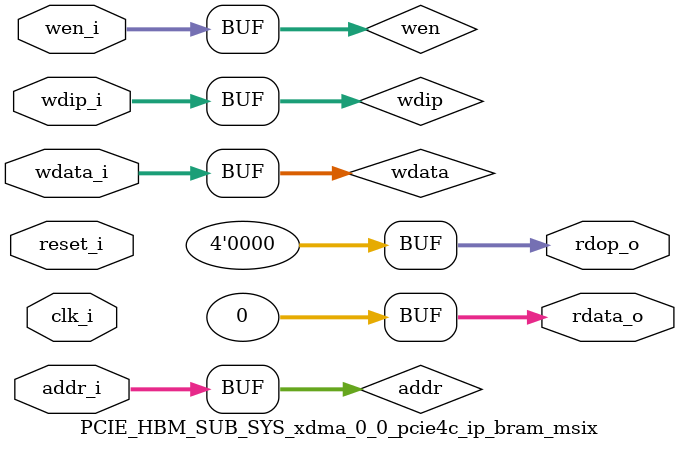
<source format=v>
`timescale 1ps/1ps

(* DowngradeIPIdentifiedWarnings = "yes" *)
module PCIE_HBM_SUB_SYS_xdma_0_0_pcie4c_ip_bram_msix #(

  parameter           TCQ = 100
, parameter           TO_RAM_PIPELINE="FALSE"
, parameter           FROM_RAM_PIPELINE="FALSE"
, parameter           MSIX_CAP_TABLE_SIZE=11'h0
, parameter           MSIX_TABLE_RAM_ENABLE="FALSE"

  ) (

  input  wire         clk_i,
  input  wire         reset_i,

  input  wire  [12:0] addr_i,
  input  wire  [31:0] wdata_i,
  input  wire   [3:0] wdip_i,
  input  wire   [3:0] wen_i,
  output wire  [31:0] rdata_o,
  output wire   [3:0] rdop_o

  );

  // WIP : Use Total number of functions (PFs + VFs) to calculate the NUM_BRAM_4K
  localparam integer NUM_BRAM_4K = (MSIX_TABLE_RAM_ENABLE == "TRUE") ? 8 : 0 ;
 

  reg          [12:0] addr;
  reg          [12:0] addr_p0;
  reg          [12:0] addr_p1;
  reg          [31:0] wdata;
  reg           [3:0] wdip;
  reg           [3:0] wen;
  reg          [31:0] reg_rdata;
  reg           [3:0] reg_rdop;
  wire         [31:0] rdata;
  wire          [3:0] rdop;
  genvar              i;
  wire    [(8*4)-1:0] bram_4k_wen;
  wire   [(8*32)-1:0] rdata_t;
  wire    [(8*4)-1:0] rdop_t;

  //
  // Optional input pipe stages
  //
  generate

    if (TO_RAM_PIPELINE == "TRUE") begin : TORAMPIPELINE

      always @(posedge clk_i) begin
     
        if (reset_i) begin

          addr <= #(TCQ) 13'b0;
          wdata <= #(TCQ) 32'b0;
          wdip <= #(TCQ) 4'b0;
          wen <= #(TCQ) 4'b0;

        end else begin

          addr <= #(TCQ) addr_i;
          wdata <= #(TCQ) wdata_i;
          wdip <= #(TCQ) wdip_i;
          wen <= #(TCQ) wen_i;

        end

      end

    end else begin : NOTORAMPIPELINE

      always @(*) begin

          addr = addr_i;
          wdata = wdata_i;
          wdip = wdip_i;
          wen = wen_i;

      end


    end

  endgenerate

  // 
  // Address pipeline
  //
  always @(posedge clk_i) begin
     
    if (reset_i) begin

      addr_p0 <= #(TCQ) 13'b0;
      addr_p1 <= #(TCQ) 13'b0;

    end else begin

      addr_p0 <= #(TCQ) addr;
      addr_p1 <= #(TCQ) addr_p0;

    end

  end

  //
  // Optional output pipe stages
  //
  generate

    if (FROM_RAM_PIPELINE == "TRUE") begin : FRMRAMPIPELINE


      always @(posedge clk_i) begin
     
        if (reset_i) begin

          reg_rdata <= #(TCQ) 32'b0;
          reg_rdop <= #(TCQ) 4'b0;

        end else begin

          case (addr_p1[12:10]) 
            3'b000 : begin
              reg_rdata <= #(TCQ) rdata_t[(32*(0))+31:(32*(0))+0];
              reg_rdop <= #(TCQ) rdop_t[(4*(0))+3:(4*(0))+0];
            end
            3'b001 : begin
              reg_rdata <= #(TCQ) rdata_t[(32*(1))+31:(32*(1))+0];
              reg_rdop <= #(TCQ) rdop_t[(4*(1))+3:(4*(1))+0];
            end
            3'b010 : begin
              reg_rdata <= #(TCQ) rdata_t[(32*(2))+31:(32*(2))+0];
              reg_rdop <= #(TCQ) rdop_t[(4*(2))+3:(4*(2))+0];
            end
            3'b011 : begin
              reg_rdata <= #(TCQ) rdata_t[(32*(3))+31:(32*(3))+0];
              reg_rdop <= #(TCQ) rdop_t[(4*(3))+3:(4*(3))+0];
            end
            3'b100 : begin
              reg_rdata <= #(TCQ) rdata_t[(32*(4))+31:(32*(4))+0];
              reg_rdop <= #(TCQ) rdop_t[(4*(4))+3:(4*(4))+0];
            end
            3'b101 : begin
              reg_rdata <= #(TCQ) rdata_t[(32*(5))+31:(32*(5))+0];
              reg_rdop <= #(TCQ) rdop_t[(4*(5))+3:(4*(5))+0];
            end
            3'b110 : begin
              reg_rdata <= #(TCQ) rdata_t[(32*(6))+31:(32*(6))+0];
              reg_rdop <= #(TCQ) rdop_t[(4*(6))+3:(4*(6))+0];
            end
            3'b111 : begin
              reg_rdata <= #(TCQ) rdata_t[(32*(7))+31:(32*(7))+0];
              reg_rdop <= #(TCQ) rdop_t[(4*(7))+3:(4*(7))+0];
            end
          endcase

        end

      end

    end else begin : NOFRMRAMPIPELINE

      always @(*) begin

          case (addr_p1[12:10]) 
            3'b000 : begin
              reg_rdata <= #(TCQ) rdata_t[(32*(0))+31:(32*(0))+0];
              reg_rdop <= #(TCQ) rdop_t[(4*(0))+3:(4*(0))+0];
            end
            3'b001 : begin
              reg_rdata <= #(TCQ) rdata_t[(32*(1))+31:(32*(1))+0];
              reg_rdop <= #(TCQ) rdop_t[(4*(1))+3:(4*(1))+0];
            end
            3'b010 : begin
              reg_rdata <= #(TCQ) rdata_t[(32*(2))+31:(32*(2))+0];
              reg_rdop <= #(TCQ) rdop_t[(4*(2))+3:(4*(2))+0];
            end
            3'b011 : begin
              reg_rdata <= #(TCQ) rdata_t[(32*(3))+31:(32*(3))+0];
              reg_rdop <= #(TCQ) rdop_t[(4*(3))+3:(4*(3))+0];
            end
            3'b100 : begin
              reg_rdata <= #(TCQ) rdata_t[(32*(4))+31:(32*(4))+0];
              reg_rdop <= #(TCQ) rdop_t[(4*(4))+3:(4*(4))+0];
            end
            3'b101 : begin
              reg_rdata <= #(TCQ) rdata_t[(32*(5))+31:(32*(5))+0];
              reg_rdop <= #(TCQ) rdop_t[(4*(5))+3:(4*(5))+0];
            end
            3'b110 : begin
              reg_rdata <= #(TCQ) rdata_t[(32*(6))+31:(32*(6))+0];
              reg_rdop <= #(TCQ) rdop_t[(4*(6))+3:(4*(6))+0];
            end
            3'b111 : begin
              reg_rdata <= #(TCQ) rdata_t[(32*(7))+31:(32*(7))+0];
              reg_rdop <= #(TCQ) rdop_t[(4*(7))+3:(4*(7))+0];
            end
          endcase

      end

    end
  
  endgenerate

  assign rdata_o = (MSIX_TABLE_RAM_ENABLE == "TRUE") ?  reg_rdata : 32'h0;
  assign rdop_o = (MSIX_TABLE_RAM_ENABLE == "TRUE") ? reg_rdop : 4'h0;

  generate 
  
    for (i=0; i<NUM_BRAM_4K; i=i+1) begin : BRAM4K

      PCIE_HBM_SUB_SYS_xdma_0_0_pcie4c_ip_bram_4k_int #(
          .TCQ(TCQ)
        )
        bram_4k_int (
    
          .clk_i (clk_i),
          .reset_i (reset_i),
    
          .addr_i(addr[9:0]),
          .wdata_i(wdata),
          .wdip_i(wdip),
          .wen_i(bram_4k_wen[(4*(i))+3:(4*(i))+0]),
          .rdata_o(rdata_t[(32*i)+31:(32*i)+0]),
          .rdop_o(rdop_t[(4*i)+3:(4*i)+0]),
          .baddr_i(10'b0),
          .brdata_o()

      );
      assign bram_4k_wen[(4*(i))+3:(4*(i))+0] = wen & {4{(i == addr[12:10])}};  
      
    end

  endgenerate

endmodule

</source>
